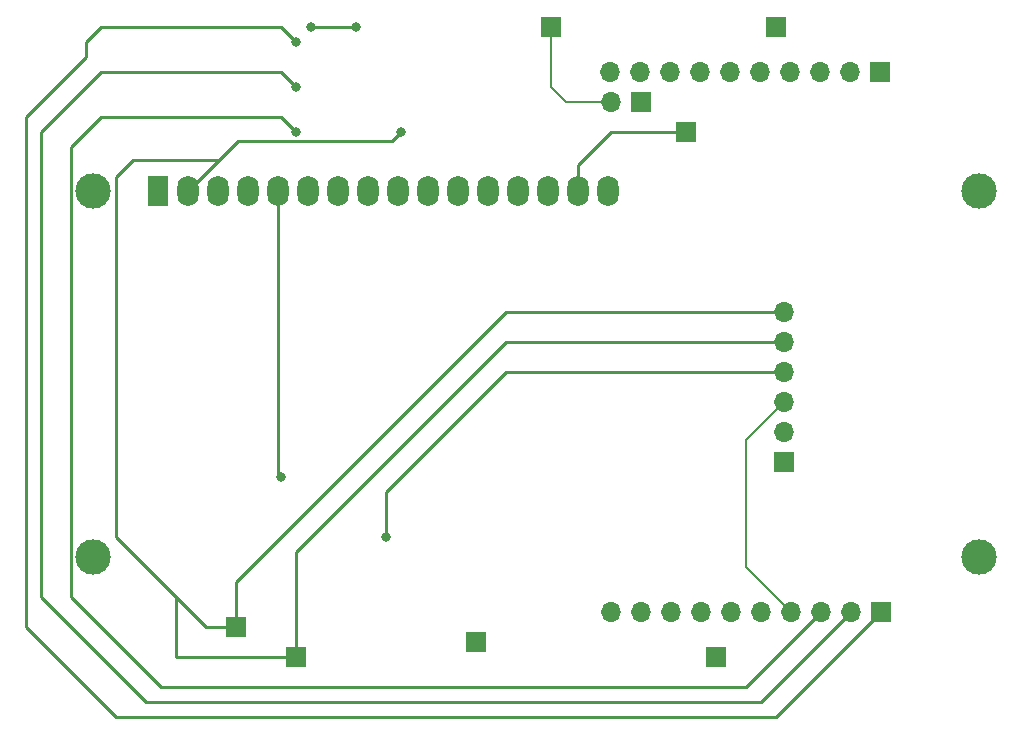
<source format=gbr>
%TF.GenerationSoftware,KiCad,Pcbnew,(6.0.4-0)*%
%TF.CreationDate,2022-04-20T10:51:28-04:00*%
%TF.ProjectId,msp_stuff,6d73705f-7374-4756-9666-2e6b69636164,rev?*%
%TF.SameCoordinates,Original*%
%TF.FileFunction,Copper,L2,Bot*%
%TF.FilePolarity,Positive*%
%FSLAX46Y46*%
G04 Gerber Fmt 4.6, Leading zero omitted, Abs format (unit mm)*
G04 Created by KiCad (PCBNEW (6.0.4-0)) date 2022-04-20 10:51:28*
%MOMM*%
%LPD*%
G01*
G04 APERTURE LIST*
%TA.AperFunction,ComponentPad*%
%ADD10R,1.700000X1.700000*%
%TD*%
%TA.AperFunction,ComponentPad*%
%ADD11O,1.700000X1.700000*%
%TD*%
%TA.AperFunction,ComponentPad*%
%ADD12C,3.000000*%
%TD*%
%TA.AperFunction,ComponentPad*%
%ADD13R,1.800000X2.600000*%
%TD*%
%TA.AperFunction,ComponentPad*%
%ADD14O,1.800000X2.600000*%
%TD*%
%TA.AperFunction,ViaPad*%
%ADD15C,0.800000*%
%TD*%
%TA.AperFunction,Conductor*%
%ADD16C,0.200000*%
%TD*%
%TA.AperFunction,Conductor*%
%ADD17C,0.250000*%
%TD*%
G04 APERTURE END LIST*
D10*
%TO.P,REF\u002A\u002A,1*%
%TO.N,Net-(U1-Pad4)*%
X153640000Y-100330000D03*
D11*
%TO.P,REF\u002A\u002A,2*%
%TO.N,Net-(U1-Pad6)*%
X151100000Y-100330000D03*
%TO.P,REF\u002A\u002A,3*%
%TO.N,N/C*%
X148560000Y-100330000D03*
%TO.P,REF\u002A\u002A,4*%
%TO.N,Net-(U1-Pad11)*%
X146020000Y-100330000D03*
%TO.P,REF\u002A\u002A,5*%
%TO.N,Net-(U1-Pad12)*%
X143480000Y-100330000D03*
%TO.P,REF\u002A\u002A,6*%
%TO.N,Net-(U1-Pad13)*%
X140940000Y-100330000D03*
%TO.P,REF\u002A\u002A,7*%
%TO.N,Net-(U1-Pad14)*%
X138400000Y-100330000D03*
%TO.P,REF\u002A\u002A,8*%
%TO.N,N/C*%
X135860000Y-100330000D03*
%TO.P,REF\u002A\u002A,9*%
X133320000Y-100330000D03*
%TO.P,REF\u002A\u002A,10*%
%TO.N,+BATT*%
X130780000Y-100330000D03*
%TD*%
D10*
%TO.P,REF\u002A\u002A,1*%
%TO.N,Net-(R3-Pad1)*%
X153670000Y-146050000D03*
D11*
%TO.P,REF\u002A\u002A,2*%
%TO.N,Net-(R2-Pad1)*%
X151130000Y-146050000D03*
%TO.P,REF\u002A\u002A,3*%
%TO.N,Net-(R1-Pad1)*%
X148590000Y-146050000D03*
%TO.P,REF\u002A\u002A,4*%
%TO.N,N/C*%
X146050000Y-146050000D03*
%TO.P,REF\u002A\u002A,5*%
X143510000Y-146050000D03*
%TO.P,REF\u002A\u002A,6*%
X140970000Y-146050000D03*
%TO.P,REF\u002A\u002A,7*%
X138430000Y-146050000D03*
%TO.P,REF\u002A\u002A,8*%
X135890000Y-146050000D03*
%TO.P,REF\u002A\u002A,9*%
X133350000Y-146050000D03*
%TO.P,REF\u002A\u002A,10*%
%TO.N,GND*%
X130810000Y-146050000D03*
%TD*%
D10*
%TO.P,REF\u002A\u002A,1*%
%TO.N,N/C*%
X145460000Y-133325000D03*
D11*
%TO.P,REF\u002A\u002A,2*%
X145460000Y-130785000D03*
%TO.P,REF\u002A\u002A,3*%
X145460000Y-128245000D03*
%TO.P,REF\u002A\u002A,4*%
%TO.N,GND*%
X145460000Y-125705000D03*
%TO.P,REF\u002A\u002A,5*%
%TO.N,+BATT*%
X145460000Y-123165000D03*
%TO.P,REF\u002A\u002A,6*%
X145460000Y-120625000D03*
%TD*%
D12*
%TO.P,U1,*%
%TO.N,*%
X86960900Y-141373200D03*
X86960900Y-110372500D03*
X161959480Y-141373200D03*
X161960000Y-110372500D03*
D13*
%TO.P,U1,1,VSS*%
%TO.N,GND*%
X92460000Y-110372500D03*
D14*
%TO.P,U1,2,VDD*%
%TO.N,+BATT*%
X95000000Y-110372500D03*
%TO.P,U1,3,Vo*%
%TO.N,Net-(RV1-Pad2)*%
X97540000Y-110372500D03*
%TO.P,U1,4,RS*%
%TO.N,Net-(U1-Pad4)*%
X100080000Y-110372500D03*
%TO.P,U1,5,R/~{W}*%
%TO.N,GND*%
X102620000Y-110372500D03*
%TO.P,U1,6,~{E}*%
%TO.N,Net-(U1-Pad6)*%
X105160000Y-110372500D03*
%TO.P,U1,7,DB0*%
%TO.N,unconnected-(U1-Pad7)*%
X107700000Y-110372500D03*
%TO.P,U1,8,DB1*%
%TO.N,unconnected-(U1-Pad8)*%
X110240000Y-110372500D03*
%TO.P,U1,9,DB2*%
%TO.N,unconnected-(U1-Pad9)*%
X112780000Y-110372500D03*
%TO.P,U1,10,DB3*%
%TO.N,unconnected-(U1-Pad10)*%
X115320000Y-110372500D03*
%TO.P,U1,11,DB4*%
%TO.N,Net-(U1-Pad11)*%
X117860000Y-110372500D03*
%TO.P,U1,12,DB5*%
%TO.N,Net-(U1-Pad12)*%
X120400000Y-110372500D03*
%TO.P,U1,13,DB6*%
%TO.N,Net-(U1-Pad13)*%
X122940000Y-110372500D03*
%TO.P,U1,14,DB7*%
%TO.N,Net-(U1-Pad14)*%
X125480000Y-110372500D03*
%TO.P,U1,15,A/VEE*%
%TO.N,+BATT*%
X128020000Y-110372500D03*
%TO.P,U1,16,K*%
%TO.N,GND*%
X130560000Y-110372500D03*
%TD*%
D10*
%TO.P,REF\u002A\u002A,1*%
%TO.N,N/C*%
X125730000Y-96520000D03*
%TD*%
%TO.P,REF\u002A\u002A,1*%
%TO.N,+BATT*%
X144780000Y-96520000D03*
%TD*%
%TO.P,REF\u002A\u002A,1*%
%TO.N,GND*%
X133350000Y-102845000D03*
D11*
%TO.P,REF\u002A\u002A,2*%
%TO.N,N/C*%
X130810000Y-102845000D03*
%TD*%
D10*
%TO.P,REF\u002A\u002A,1*%
%TO.N,+BATT*%
X104140000Y-149860000D03*
%TD*%
%TO.P,REF\u002A\u002A,1*%
%TO.N,GND*%
X119380000Y-148590000D03*
%TD*%
%TO.P,REF\u002A\u002A,1*%
%TO.N,+BATT*%
X99060000Y-147320000D03*
%TD*%
%TO.P,REF\u002A\u002A,1*%
%TO.N,GND*%
X139700000Y-149860000D03*
%TD*%
%TO.P,REF\u002A\u002A,1*%
%TO.N,+BATT*%
X137160000Y-105410000D03*
%TD*%
D15*
%TO.N,GND*%
X102870000Y-134620000D03*
X109220000Y-96520000D03*
X105410000Y-96520000D03*
X111760000Y-139700000D03*
%TO.N,+BATT*%
X113030000Y-105410000D03*
%TO.N,Net-(R1-Pad1)*%
X104140000Y-105410000D03*
%TO.N,Net-(R2-Pad1)*%
X104140000Y-101600000D03*
%TO.N,Net-(R3-Pad1)*%
X104140000Y-97790000D03*
%TD*%
D16*
%TO.N,*%
X142895000Y-130810000D02*
X142240000Y-131465000D01*
X125730000Y-101600000D02*
X125730000Y-96520000D01*
X145460000Y-128245000D02*
X142895000Y-130810000D01*
X142240000Y-131465000D02*
X142240000Y-132080000D01*
X127000000Y-102870000D02*
X125730000Y-101600000D01*
X142240000Y-142240000D02*
X146050000Y-146050000D01*
X142240000Y-132080000D02*
X142240000Y-142240000D01*
X130810000Y-102845000D02*
X127025000Y-102845000D01*
X127025000Y-102845000D02*
X127000000Y-102870000D01*
D17*
%TO.N,GND*%
X102620000Y-134370000D02*
X102870000Y-134620000D01*
X102620000Y-110372500D02*
X102620000Y-134370000D01*
X121945000Y-125705000D02*
X111760000Y-135890000D01*
X145460000Y-125705000D02*
X121945000Y-125705000D01*
X109220000Y-96520000D02*
X105410000Y-96520000D01*
X111760000Y-135890000D02*
X111760000Y-139700000D01*
%TO.N,+BATT*%
X128020000Y-110372500D02*
X128020000Y-108200000D01*
X130810000Y-105410000D02*
X137160000Y-105410000D01*
X88900000Y-109220000D02*
X88900000Y-139700000D01*
X99060000Y-143510000D02*
X121945000Y-120625000D01*
X97606250Y-107766250D02*
X90353750Y-107766250D01*
X112305489Y-106134511D02*
X113030000Y-105410000D01*
X90353750Y-107766250D02*
X88900000Y-109220000D01*
X93980000Y-149860000D02*
X100330000Y-149860000D01*
X97606250Y-107766250D02*
X99237989Y-106134511D01*
X100330000Y-149860000D02*
X104140000Y-149860000D01*
X104140000Y-140970000D02*
X104140000Y-149860000D01*
X95000000Y-110372500D02*
X97606250Y-107766250D01*
X93980000Y-144780000D02*
X96520000Y-147320000D01*
X145460000Y-123165000D02*
X121945000Y-123165000D01*
X128020000Y-108200000D02*
X130810000Y-105410000D01*
X88900000Y-139700000D02*
X93980000Y-144780000D01*
X96520000Y-147320000D02*
X99060000Y-147320000D01*
X99237989Y-106134511D02*
X112305489Y-106134511D01*
X99060000Y-147320000D02*
X99060000Y-143510000D01*
X121945000Y-123165000D02*
X104140000Y-140970000D01*
X121945000Y-123165000D02*
X121920000Y-123190000D01*
X121945000Y-120625000D02*
X145460000Y-120625000D01*
X93980000Y-144780000D02*
X93980000Y-149860000D01*
%TO.N,Net-(R1-Pad1)*%
X87630000Y-104140000D02*
X102870000Y-104140000D01*
X92710000Y-152400000D02*
X85090000Y-144780000D01*
X85090000Y-106680000D02*
X87630000Y-104140000D01*
X102870000Y-104140000D02*
X104140000Y-105410000D01*
X85090000Y-144780000D02*
X85090000Y-106680000D01*
X148590000Y-146050000D02*
X142240000Y-152400000D01*
X142240000Y-152400000D02*
X92710000Y-152400000D01*
%TO.N,Net-(R2-Pad1)*%
X82550000Y-144780000D02*
X82550000Y-105410000D01*
X91440000Y-153670000D02*
X82550000Y-144780000D01*
X102870000Y-100330000D02*
X104140000Y-101600000D01*
X87630000Y-100330000D02*
X102870000Y-100330000D01*
X82550000Y-105410000D02*
X87630000Y-100330000D01*
X151130000Y-146050000D02*
X143510000Y-153670000D01*
X143510000Y-153670000D02*
X91440000Y-153670000D01*
%TO.N,Net-(R3-Pad1)*%
X81280000Y-104140000D02*
X81280000Y-147320000D01*
X86360000Y-99060000D02*
X81280000Y-104140000D01*
X102870000Y-96520000D02*
X104140000Y-97790000D01*
X87630000Y-96520000D02*
X102870000Y-96520000D01*
X86360000Y-99060000D02*
X86360000Y-97790000D01*
X86360000Y-97790000D02*
X87630000Y-96520000D01*
X88900000Y-154940000D02*
X144780000Y-154940000D01*
X144780000Y-154940000D02*
X153670000Y-146050000D01*
X81280000Y-147320000D02*
X88900000Y-154940000D01*
%TD*%
M02*

</source>
